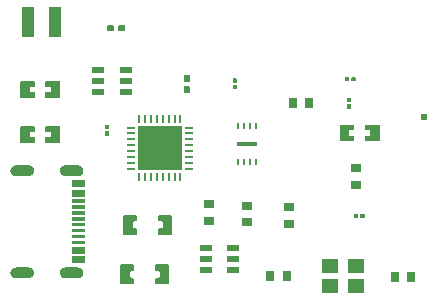
<source format=gtp>
G04 Layer: TopPasteMaskLayer*
G04 EasyEDA v6.5.38, 2023-12-06 09:12:40*
G04 2fcdab7b901048e2a74d22cb32d7f605,cc522e7a65ad493f8bbdbc3af6dfe8a3,10*
G04 Gerber Generator version 0.2*
G04 Scale: 100 percent, Rotated: No, Reflected: No *
G04 Dimensions in millimeters *
G04 leading zeros omitted , absolute positions ,4 integer and 5 decimal *
%FSLAX45Y45*%
%MOMM*%

%ADD10R,1.4000X1.2000*%
%ADD11R,0.8000X0.9000*%
%ADD12R,0.9000X0.8000*%
%ADD13R,1.0720X0.5320*%
%ADD14R,1.0200X2.5400*%
%ADD15R,0.6500X0.2800*%
%ADD16R,0.2800X0.6500*%
%ADD17R,3.8000X3.8000*%
%ADD18R,0.2800X0.6000*%
%ADD19R,1.7000X0.3000*%
%ADD20R,1.1000X0.5500*%
%ADD21R,0.5000X0.5000*%
%ADD22R,0.0151X0.5000*%

%LPD*%
G36*
X3669182Y5011521D02*
G01*
X3666794Y5009134D01*
X3666794Y4976215D01*
X3669182Y4973777D01*
X3696817Y4973777D01*
X3699205Y4976215D01*
X3699205Y5009134D01*
X3696817Y5011521D01*
G37*
G36*
X3669182Y4957622D02*
G01*
X3666794Y4955184D01*
X3666794Y4922266D01*
X3669182Y4919878D01*
X3696817Y4919878D01*
X3699205Y4922266D01*
X3699205Y4955184D01*
X3696817Y4957622D01*
G37*
G36*
X1624482Y4782921D02*
G01*
X1622094Y4780534D01*
X1622094Y4747615D01*
X1624482Y4745177D01*
X1652117Y4745177D01*
X1654505Y4747615D01*
X1654505Y4780534D01*
X1652117Y4782921D01*
G37*
G36*
X1624482Y4729022D02*
G01*
X1622094Y4726584D01*
X1622094Y4693666D01*
X1624482Y4691278D01*
X1652117Y4691278D01*
X1654505Y4693666D01*
X1654505Y4726584D01*
X1652117Y4729022D01*
G37*
G36*
X2703982Y5122722D02*
G01*
X2701594Y5120284D01*
X2701594Y5087366D01*
X2703982Y5084978D01*
X2731617Y5084978D01*
X2734005Y5087366D01*
X2734005Y5120284D01*
X2731617Y5122722D01*
G37*
G36*
X2703982Y5176621D02*
G01*
X2701594Y5174234D01*
X2701594Y5141315D01*
X2703982Y5138877D01*
X2731617Y5138877D01*
X2734005Y5141315D01*
X2734005Y5174234D01*
X2731617Y5176621D01*
G37*
G36*
X3609390Y4782718D02*
G01*
X3604412Y4777689D01*
X3604412Y4649724D01*
X3609390Y4644694D01*
X3724401Y4644694D01*
X3729380Y4649724D01*
X3728923Y4691684D01*
X3684879Y4691684D01*
X3684879Y4736693D01*
X3729888Y4736693D01*
X3729380Y4777689D01*
X3724401Y4782718D01*
G37*
G36*
X3824376Y4782718D02*
G01*
X3819398Y4777689D01*
X3819906Y4736693D01*
X3863898Y4736693D01*
X3863898Y4691684D01*
X3819398Y4691684D01*
X3819398Y4649724D01*
X3824376Y4644694D01*
X3939387Y4644694D01*
X3944416Y4649724D01*
X3944416Y4777689D01*
X3939387Y4782718D01*
G37*
G36*
X904290Y4770018D02*
G01*
X899312Y4764989D01*
X899312Y4637024D01*
X904290Y4631994D01*
X1019302Y4631994D01*
X1024280Y4637024D01*
X1023823Y4678984D01*
X979779Y4678984D01*
X979779Y4723993D01*
X1024788Y4723993D01*
X1024280Y4764989D01*
X1019302Y4770018D01*
G37*
G36*
X1119276Y4770018D02*
G01*
X1114298Y4764989D01*
X1114806Y4723993D01*
X1158798Y4723993D01*
X1158798Y4678984D01*
X1114298Y4678984D01*
X1114298Y4637024D01*
X1119276Y4631994D01*
X1234287Y4631994D01*
X1239316Y4637024D01*
X1239316Y4764989D01*
X1234287Y4770018D01*
G37*
G36*
X904290Y5151018D02*
G01*
X899312Y5145989D01*
X899312Y5018024D01*
X904290Y5012994D01*
X1019302Y5012994D01*
X1024280Y5018024D01*
X1023823Y5059984D01*
X979779Y5059984D01*
X979779Y5104993D01*
X1024788Y5104993D01*
X1024280Y5145989D01*
X1019302Y5151018D01*
G37*
G36*
X1119276Y5151018D02*
G01*
X1114298Y5145989D01*
X1114806Y5104993D01*
X1158798Y5104993D01*
X1158798Y5059984D01*
X1114298Y5059984D01*
X1114298Y5018024D01*
X1119276Y5012994D01*
X1234287Y5012994D01*
X1239316Y5018024D01*
X1239316Y5145989D01*
X1234287Y5151018D01*
G37*
G36*
X2288895Y5208778D02*
G01*
X2283917Y5203799D01*
X2283917Y5155793D01*
X2288895Y5148783D01*
X2333904Y5148783D01*
X2338882Y5155793D01*
X2338882Y5203799D01*
X2333904Y5208778D01*
G37*
G36*
X2288895Y5112816D02*
G01*
X2283917Y5105806D01*
X2283917Y5057800D01*
X2288895Y5052822D01*
X2333904Y5052822D01*
X2338882Y5057800D01*
X2338882Y5105806D01*
X2333904Y5112816D01*
G37*
G36*
X1641500Y5628182D02*
G01*
X1636522Y5623204D01*
X1636522Y5578195D01*
X1641500Y5573217D01*
X1689506Y5573217D01*
X1696516Y5578195D01*
X1696516Y5623204D01*
X1689506Y5628182D01*
G37*
G36*
X1739493Y5628182D02*
G01*
X1732483Y5623204D01*
X1732483Y5578195D01*
X1739493Y5573217D01*
X1787499Y5573217D01*
X1792478Y5578195D01*
X1792478Y5623204D01*
X1787499Y5628182D01*
G37*
G36*
X3652265Y5185105D02*
G01*
X3649878Y5182717D01*
X3649878Y5155082D01*
X3652265Y5152694D01*
X3685184Y5152694D01*
X3687622Y5155082D01*
X3687622Y5182717D01*
X3685184Y5185105D01*
G37*
G36*
X3706215Y5185105D02*
G01*
X3703777Y5182717D01*
X3703777Y5155082D01*
X3706215Y5152694D01*
X3739134Y5152694D01*
X3741521Y5155082D01*
X3741521Y5182717D01*
X3739134Y5185105D01*
G37*
G36*
X3782415Y4029405D02*
G01*
X3779977Y4027017D01*
X3779977Y3999382D01*
X3782415Y3996994D01*
X3815334Y3996994D01*
X3817721Y3999382D01*
X3817721Y4027017D01*
X3815334Y4029405D01*
G37*
G36*
X3728465Y4029405D02*
G01*
X3726078Y4027017D01*
X3726078Y3999382D01*
X3728465Y3996994D01*
X3761384Y3996994D01*
X3763822Y3999382D01*
X3763822Y4027017D01*
X3761384Y4029405D01*
G37*
G36*
X2053285Y3602939D02*
G01*
X2043277Y3592931D01*
X2043277Y3556812D01*
X2053285Y3546805D01*
X2074367Y3546805D01*
X2084374Y3536797D01*
X2084374Y3499002D01*
X2074367Y3488994D01*
X2053285Y3488994D01*
X2043277Y3478987D01*
X2043277Y3442868D01*
X2053285Y3432860D01*
X2154072Y3432860D01*
X2164029Y3442868D01*
X2164029Y3592931D01*
X2154072Y3602939D01*
G37*
G36*
X1757527Y3602939D02*
G01*
X1747570Y3592931D01*
X1747570Y3442868D01*
X1757527Y3432860D01*
X1858314Y3432860D01*
X1868322Y3442868D01*
X1868322Y3478987D01*
X1858314Y3488994D01*
X1837232Y3488994D01*
X1827225Y3499002D01*
X1827225Y3536797D01*
X1837232Y3546805D01*
X1858314Y3546805D01*
X1868322Y3556812D01*
X1868322Y3592931D01*
X1858314Y3602939D01*
G37*
G36*
X2078685Y4022039D02*
G01*
X2068677Y4012031D01*
X2068677Y3975912D01*
X2078685Y3965905D01*
X2099767Y3965905D01*
X2109774Y3955897D01*
X2109774Y3918102D01*
X2099767Y3908094D01*
X2078685Y3908094D01*
X2068677Y3898087D01*
X2068677Y3861968D01*
X2078685Y3851960D01*
X2179472Y3851960D01*
X2189429Y3861968D01*
X2189429Y4012031D01*
X2179472Y4022039D01*
G37*
G36*
X1782927Y4022039D02*
G01*
X1772970Y4012031D01*
X1772970Y3861968D01*
X1782927Y3851960D01*
X1883714Y3851960D01*
X1893722Y3861968D01*
X1893722Y3898087D01*
X1883714Y3908094D01*
X1862632Y3908094D01*
X1852625Y3918102D01*
X1852625Y3955897D01*
X1862632Y3965905D01*
X1883714Y3965905D01*
X1893722Y3975912D01*
X1893722Y4012031D01*
X1883714Y4022039D01*
G37*
G36*
X1336192Y4232402D02*
G01*
X1336192Y4172356D01*
X1450187Y4172356D01*
X1450187Y4232402D01*
G37*
G36*
X1336192Y4312412D02*
G01*
X1336192Y4252366D01*
X1450187Y4252366D01*
X1450187Y4312412D01*
G37*
G36*
X1336192Y3802379D02*
G01*
X1336192Y3772408D01*
X1450187Y3772408D01*
X1450187Y3802379D01*
G37*
G36*
X1336192Y4152392D02*
G01*
X1336192Y4122420D01*
X1450187Y4122420D01*
X1450187Y4152392D01*
G37*
G36*
X1336192Y3752392D02*
G01*
X1336192Y3692398D01*
X1450187Y3692398D01*
X1450187Y3752392D01*
G37*
G36*
X1336192Y3672433D02*
G01*
X1336192Y3612387D01*
X1450187Y3612387D01*
X1450187Y3672433D01*
G37*
G36*
X1336192Y4102404D02*
G01*
X1336192Y4072382D01*
X1450187Y4072382D01*
X1450187Y4102404D01*
G37*
G36*
X1336192Y4052417D02*
G01*
X1336192Y4022394D01*
X1450187Y4022394D01*
X1450187Y4052417D01*
G37*
G36*
X1336192Y3852418D02*
G01*
X1336192Y3822446D01*
X1450187Y3822446D01*
X1450187Y3852418D01*
G37*
G36*
X1336192Y4002379D02*
G01*
X1336192Y3972407D01*
X1450187Y3972407D01*
X1450187Y4002379D01*
G37*
G36*
X1336192Y3952392D02*
G01*
X1336192Y3922420D01*
X1450187Y3922420D01*
X1450187Y3952392D01*
G37*
G36*
X1336192Y3902405D02*
G01*
X1336192Y3872382D01*
X1450187Y3872382D01*
X1450187Y3902405D01*
G37*
G36*
X1281226Y3574897D02*
G01*
X1276705Y3574694D01*
X1272286Y3574034D01*
X1267917Y3572916D01*
X1263700Y3571392D01*
X1259687Y3569411D01*
X1255877Y3567074D01*
X1252270Y3564382D01*
X1248968Y3561334D01*
X1246022Y3557981D01*
X1243380Y3554323D01*
X1241145Y3550462D01*
X1239316Y3546348D01*
X1237894Y3542080D01*
X1236878Y3537712D01*
X1236319Y3533292D01*
X1236218Y3528771D01*
X1236573Y3524300D01*
X1237335Y3519881D01*
X1238554Y3515563D01*
X1240180Y3511397D01*
X1242212Y3507435D01*
X1244650Y3503625D01*
X1247444Y3500120D01*
X1250594Y3496919D01*
X1254048Y3494024D01*
X1257757Y3491534D01*
X1261668Y3489350D01*
X1265834Y3487623D01*
X1270101Y3486302D01*
X1274521Y3485438D01*
X1278940Y3484981D01*
X1391208Y3484930D01*
X1395679Y3485134D01*
X1400098Y3485794D01*
X1404467Y3486912D01*
X1408684Y3488436D01*
X1412748Y3490417D01*
X1416558Y3492754D01*
X1420114Y3495446D01*
X1423416Y3498494D01*
X1426413Y3501847D01*
X1429004Y3505504D01*
X1431239Y3509365D01*
X1433068Y3513480D01*
X1434541Y3517747D01*
X1435506Y3522116D01*
X1436065Y3526536D01*
X1436166Y3531057D01*
X1435862Y3535527D01*
X1435100Y3539947D01*
X1433880Y3544265D01*
X1432204Y3548430D01*
X1430172Y3552393D01*
X1427734Y3556203D01*
X1424940Y3559708D01*
X1421790Y3562908D01*
X1418386Y3565804D01*
X1414678Y3568293D01*
X1410716Y3570478D01*
X1406601Y3572205D01*
X1402283Y3573526D01*
X1397914Y3574389D01*
X1393444Y3574846D01*
G37*
G36*
X1281226Y4439869D02*
G01*
X1276705Y4439666D01*
X1272286Y4439005D01*
X1267917Y4437888D01*
X1263700Y4436364D01*
X1259687Y4434382D01*
X1255877Y4432046D01*
X1252270Y4429353D01*
X1248968Y4426305D01*
X1246022Y4422952D01*
X1243380Y4419295D01*
X1241145Y4415434D01*
X1239316Y4411319D01*
X1237894Y4407052D01*
X1236878Y4402683D01*
X1236319Y4398264D01*
X1236218Y4393742D01*
X1236573Y4389272D01*
X1237335Y4384852D01*
X1238554Y4380534D01*
X1240180Y4376369D01*
X1242212Y4372406D01*
X1244650Y4368596D01*
X1247444Y4365091D01*
X1250594Y4361891D01*
X1254048Y4358995D01*
X1257757Y4356506D01*
X1261668Y4354322D01*
X1265834Y4352594D01*
X1270101Y4351274D01*
X1274521Y4350410D01*
X1278940Y4349953D01*
X1391208Y4349902D01*
X1395679Y4350105D01*
X1400098Y4350766D01*
X1404467Y4351883D01*
X1408684Y4353407D01*
X1412748Y4355388D01*
X1416558Y4357725D01*
X1420114Y4360418D01*
X1423416Y4363466D01*
X1426413Y4366818D01*
X1429004Y4370476D01*
X1431239Y4374337D01*
X1433068Y4378452D01*
X1434541Y4382719D01*
X1435506Y4387088D01*
X1436065Y4391507D01*
X1436166Y4396028D01*
X1435862Y4400499D01*
X1435100Y4404918D01*
X1433880Y4409236D01*
X1432204Y4413402D01*
X1430172Y4417364D01*
X1427734Y4421174D01*
X1424940Y4424680D01*
X1421790Y4427880D01*
X1418386Y4430776D01*
X1414678Y4433265D01*
X1410716Y4435449D01*
X1406601Y4437176D01*
X1402283Y4438497D01*
X1397914Y4439361D01*
X1393444Y4439818D01*
G37*
G36*
X863193Y3574897D02*
G01*
X858723Y3574694D01*
X854252Y3574034D01*
X849934Y3572916D01*
X845718Y3571392D01*
X841654Y3569411D01*
X837844Y3567074D01*
X834288Y3564382D01*
X830986Y3561334D01*
X827989Y3557981D01*
X825398Y3554323D01*
X823163Y3550462D01*
X821283Y3546348D01*
X819861Y3542080D01*
X818896Y3537712D01*
X818337Y3533292D01*
X818235Y3528771D01*
X818540Y3524300D01*
X819302Y3519881D01*
X820521Y3515563D01*
X822198Y3511397D01*
X824230Y3507435D01*
X826668Y3503625D01*
X829462Y3500120D01*
X832612Y3496919D01*
X836015Y3494024D01*
X839724Y3491534D01*
X843686Y3489350D01*
X847801Y3487623D01*
X852068Y3486302D01*
X856487Y3485438D01*
X860958Y3484981D01*
X973175Y3484930D01*
X977696Y3485134D01*
X982116Y3485794D01*
X986485Y3486912D01*
X990701Y3488436D01*
X994714Y3490417D01*
X998524Y3492754D01*
X1002131Y3495446D01*
X1005433Y3498494D01*
X1008380Y3501847D01*
X1011021Y3505504D01*
X1013256Y3509365D01*
X1015085Y3513480D01*
X1016508Y3517747D01*
X1017524Y3522116D01*
X1018082Y3526536D01*
X1018184Y3531057D01*
X1017828Y3535527D01*
X1017066Y3539947D01*
X1015847Y3544265D01*
X1014221Y3548430D01*
X1012190Y3552393D01*
X1009751Y3556203D01*
X1006957Y3559708D01*
X1003808Y3562908D01*
X1000353Y3565804D01*
X996645Y3568293D01*
X992733Y3570478D01*
X988568Y3572205D01*
X984300Y3573526D01*
X979932Y3574389D01*
X975461Y3574846D01*
G37*
G36*
X863193Y4439869D02*
G01*
X858723Y4439666D01*
X854252Y4439005D01*
X849934Y4437888D01*
X845718Y4436364D01*
X841654Y4434382D01*
X837844Y4432046D01*
X834288Y4429353D01*
X830986Y4426305D01*
X827989Y4422952D01*
X825398Y4419295D01*
X823163Y4415434D01*
X821283Y4411319D01*
X819861Y4407052D01*
X818896Y4402683D01*
X818337Y4398264D01*
X818235Y4393742D01*
X818540Y4389272D01*
X819302Y4384852D01*
X820521Y4380534D01*
X822198Y4376369D01*
X824230Y4372406D01*
X826668Y4368596D01*
X829462Y4365091D01*
X832612Y4361891D01*
X836015Y4358995D01*
X839724Y4356506D01*
X843686Y4354322D01*
X847801Y4352594D01*
X852068Y4351274D01*
X856487Y4350410D01*
X860958Y4349953D01*
X973175Y4349902D01*
X977696Y4350105D01*
X982116Y4350766D01*
X986485Y4351883D01*
X990701Y4353407D01*
X994714Y4355388D01*
X998524Y4357725D01*
X1002131Y4360418D01*
X1005433Y4363466D01*
X1008380Y4366818D01*
X1011021Y4370476D01*
X1013256Y4374337D01*
X1015085Y4378452D01*
X1016508Y4382719D01*
X1017524Y4387088D01*
X1018082Y4391507D01*
X1018184Y4396028D01*
X1017828Y4400499D01*
X1017066Y4404918D01*
X1015847Y4409236D01*
X1014221Y4413402D01*
X1012190Y4417364D01*
X1009751Y4421174D01*
X1006957Y4424680D01*
X1003808Y4427880D01*
X1000353Y4430776D01*
X996645Y4433265D01*
X992733Y4435449D01*
X988568Y4437176D01*
X984300Y4438497D01*
X979932Y4439361D01*
X975461Y4439818D01*
G37*
D10*
G01*
X3742207Y3590188D03*
G01*
X3522192Y3420186D03*
G01*
X3522192Y3590188D03*
G01*
X3742207Y3420186D03*
D11*
G01*
X3346602Y4965700D03*
G01*
X3206597Y4965700D03*
D12*
G01*
X3746500Y4273397D03*
G01*
X3746500Y4413402D03*
G01*
X2501900Y3968597D03*
G01*
X2501900Y4108602D03*
D11*
G01*
X3156102Y3505200D03*
G01*
X3016097Y3505200D03*
G01*
X4210202Y3492500D03*
G01*
X4070197Y3492500D03*
D12*
G01*
X2819400Y3955897D03*
G01*
X2819400Y4095902D03*
G01*
X3175000Y3943197D03*
G01*
X3175000Y4083202D03*
D13*
G01*
X2705709Y3549904D03*
G01*
X2705709Y3644900D03*
G01*
X2705709Y3739895D03*
G01*
X2475890Y3739895D03*
G01*
X2475890Y3644900D03*
G01*
X2475890Y3549904D03*
D14*
G01*
X1194003Y5651500D03*
G01*
X964996Y5651500D03*
D15*
G01*
X1835048Y4759705D03*
G01*
X1835048Y4709693D03*
G01*
X1835048Y4659706D03*
G01*
X1835048Y4609693D03*
G01*
X1835048Y4559706D03*
G01*
X1835048Y4509693D03*
G01*
X1835048Y4459706D03*
G01*
X1835048Y4409694D03*
D16*
G01*
X1907794Y4336948D03*
G01*
X1957806Y4336948D03*
G01*
X2007793Y4336948D03*
G01*
X2057806Y4336948D03*
G01*
X2107793Y4336948D03*
G01*
X2157806Y4336948D03*
G01*
X2207793Y4336948D03*
G01*
X2257806Y4336948D03*
D15*
G01*
X2330551Y4409694D03*
G01*
X2330551Y4459706D03*
G01*
X2330551Y4509693D03*
G01*
X2330551Y4559706D03*
G01*
X2330551Y4609693D03*
G01*
X2330551Y4659706D03*
G01*
X2330551Y4709693D03*
G01*
X2330551Y4759705D03*
D16*
G01*
X2257806Y4832451D03*
G01*
X2207793Y4832451D03*
G01*
X2157806Y4832451D03*
G01*
X2107793Y4832451D03*
G01*
X2057806Y4832451D03*
G01*
X2007793Y4832451D03*
G01*
X1957806Y4832451D03*
G01*
X1907794Y4832451D03*
D17*
G01*
X2082800Y4584700D03*
D18*
G01*
X2894406Y4773548D03*
G01*
X2844393Y4773548D03*
G01*
X2794406Y4773548D03*
G01*
X2744393Y4773548D03*
G01*
X2894406Y4472051D03*
G01*
X2844393Y4472051D03*
G01*
X2794406Y4472051D03*
G01*
X2744393Y4472051D03*
D19*
G01*
X2819400Y4622800D03*
D20*
G01*
X1796389Y5251195D03*
G01*
X1796389Y5156200D03*
G01*
X1796389Y5061204D03*
G01*
X1556410Y5061204D03*
G01*
X1556410Y5156200D03*
G01*
X1556410Y5251195D03*
D21*
G01*
X4322597Y4845405D03*
M02*

</source>
